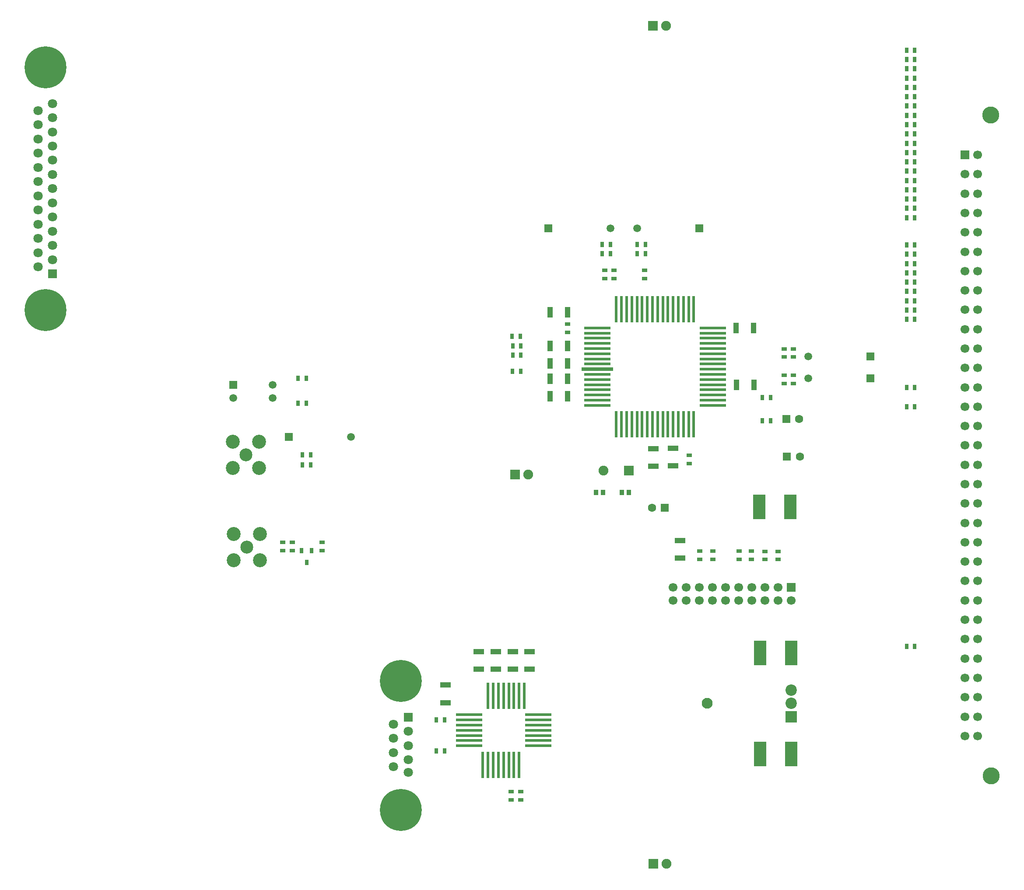
<source format=gts>
G04*
G04 #@! TF.GenerationSoftware,Altium Limited,Altium Designer,21.9.2 (33)*
G04*
G04 Layer_Color=8388736*
%FSLAX44Y44*%
%MOMM*%
G71*
G04*
G04 #@! TF.SameCoordinates,B747FECD-FE5A-43CE-90B0-0D92A10A89A2*
G04*
G04*
G04 #@! TF.FilePolarity,Negative*
G04*
G01*
G75*
%ADD18R,0.7500X1.0000*%
%ADD19R,2.3500X4.7000*%
%ADD20R,0.7000X1.1000*%
%ADD21R,1.1000X0.7000*%
%ADD22R,0.9000X1.1000*%
%ADD23R,1.1000X2.1500*%
%ADD24R,2.1500X1.1000*%
%ADD25R,0.6000X5.1000*%
%ADD26R,5.1000X0.6000*%
%ADD27R,6.1000X0.8000*%
%ADD28R,0.5500X5.1000*%
%ADD29R,5.1000X0.5500*%
%ADD30C,1.8000*%
%ADD31R,1.8000X1.8000*%
%ADD32C,8.1000*%
%ADD33C,1.7000*%
%ADD34R,1.7000X1.7000*%
%ADD35C,3.3000*%
%ADD36R,1.7000X1.7000*%
%ADD37C,2.1000*%
%ADD38C,2.2000*%
%ADD39R,2.2000X2.2000*%
%ADD40C,1.5000*%
%ADD41R,1.5000X1.5000*%
%ADD42C,2.7000*%
%ADD43C,2.5000*%
%ADD44R,1.5000X1.5000*%
%ADD45C,1.6000*%
%ADD46R,1.6000X1.6000*%
%ADD47R,1.9000X1.9000*%
%ADD48C,1.9000*%
D18*
X627250Y644500D02*
D03*
X607250D02*
D03*
X617250Y621500D02*
D03*
D19*
X1494750Y251000D02*
D03*
X1555250D02*
D03*
X1494750Y446000D02*
D03*
X1555250D02*
D03*
X1492750Y729000D02*
D03*
X1553250D02*
D03*
D20*
X1794000Y960000D02*
D03*
X1778000D02*
D03*
X625250Y810000D02*
D03*
X609250D02*
D03*
X609250Y830000D02*
D03*
X625250D02*
D03*
X1794000Y1092000D02*
D03*
X1778000D02*
D03*
X1794000Y459000D02*
D03*
X1778000D02*
D03*
X1794000Y923000D02*
D03*
X1778000D02*
D03*
X1794000Y1128000D02*
D03*
X1778000D02*
D03*
X1189000Y1237000D02*
D03*
X1205000D02*
D03*
X1273000D02*
D03*
X1257000D02*
D03*
X1794000Y1146000D02*
D03*
X1778000D02*
D03*
X1794000Y1110000D02*
D03*
X1778000D02*
D03*
X1794000Y1164000D02*
D03*
X1778000D02*
D03*
X1205000Y1219000D02*
D03*
X1189000D02*
D03*
X1257000D02*
D03*
X1273000D02*
D03*
X1794000Y1182000D02*
D03*
X1778000D02*
D03*
X1794000Y1200000D02*
D03*
X1778000D02*
D03*
X1794000Y1218000D02*
D03*
X1778000D02*
D03*
X1794000Y1236000D02*
D03*
X1778000D02*
D03*
X1499000Y895500D02*
D03*
X1515000D02*
D03*
X1499000Y941000D02*
D03*
X1515000D02*
D03*
X1015000Y1059000D02*
D03*
X1031000D02*
D03*
X1016000Y1023000D02*
D03*
X1032000D02*
D03*
X1015750Y991500D02*
D03*
X1031750D02*
D03*
X1032000Y1041000D02*
D03*
X1016000D02*
D03*
X601000Y978000D02*
D03*
X617000D02*
D03*
X601000Y930000D02*
D03*
X617000D02*
D03*
X884250Y316750D02*
D03*
X868250D02*
D03*
X884000Y256750D02*
D03*
X868000D02*
D03*
X1778000Y1289000D02*
D03*
X1794000D02*
D03*
X1778000Y1325000D02*
D03*
X1794000D02*
D03*
X1778000Y1361000D02*
D03*
X1794000D02*
D03*
X1778000Y1397000D02*
D03*
X1794000D02*
D03*
X1778000Y1433000D02*
D03*
X1794000D02*
D03*
X1778000Y1469000D02*
D03*
X1794000D02*
D03*
X1778000Y1505000D02*
D03*
X1794000D02*
D03*
X1778000Y1541000D02*
D03*
X1794000D02*
D03*
X1778000Y1577000D02*
D03*
X1794000D02*
D03*
X1778000Y1613000D02*
D03*
X1794000D02*
D03*
X1778000Y1307000D02*
D03*
X1794000D02*
D03*
X1778000Y1343000D02*
D03*
X1794000D02*
D03*
X1778000Y1379000D02*
D03*
X1794000D02*
D03*
X1778000Y1415000D02*
D03*
X1794000D02*
D03*
X1778000Y1451000D02*
D03*
X1794000D02*
D03*
X1778000Y1487000D02*
D03*
X1794000D02*
D03*
X1778000Y1523000D02*
D03*
X1794000D02*
D03*
X1778000Y1559000D02*
D03*
X1794000D02*
D03*
X1778000Y1595000D02*
D03*
X1794000D02*
D03*
D21*
X571000Y660250D02*
D03*
Y644250D02*
D03*
X590000Y660250D02*
D03*
Y644250D02*
D03*
X647250Y660250D02*
D03*
Y644250D02*
D03*
X1194000Y1187000D02*
D03*
Y1171000D02*
D03*
X1212000Y1187000D02*
D03*
Y1171000D02*
D03*
X1271250Y1187000D02*
D03*
Y1171000D02*
D03*
X1559000Y1035000D02*
D03*
Y1019000D02*
D03*
Y968000D02*
D03*
Y984000D02*
D03*
X1541000Y1019000D02*
D03*
Y1035000D02*
D03*
Y984000D02*
D03*
Y968000D02*
D03*
X1358000Y829000D02*
D03*
Y813000D02*
D03*
X1377750Y627250D02*
D03*
Y643250D02*
D03*
X1478250Y627250D02*
D03*
Y643250D02*
D03*
X1453750Y627250D02*
D03*
Y643250D02*
D03*
X1529250Y627000D02*
D03*
Y643000D02*
D03*
X1504500Y627000D02*
D03*
Y643000D02*
D03*
X1403000Y627250D02*
D03*
Y643250D02*
D03*
X1012750Y162000D02*
D03*
Y178000D02*
D03*
X1122000Y1067000D02*
D03*
Y1083000D02*
D03*
X1032000Y162000D02*
D03*
Y178000D02*
D03*
D22*
X1177193Y757026D02*
D03*
X1191193D02*
D03*
X1227000Y757000D02*
D03*
X1241000D02*
D03*
D23*
X1122000Y943000D02*
D03*
X1088000D02*
D03*
X1448250Y1075250D02*
D03*
X1482250D02*
D03*
X1088000Y1040750D02*
D03*
X1122000D02*
D03*
X1088000Y1007000D02*
D03*
X1122000D02*
D03*
X1122000Y977000D02*
D03*
X1088000D02*
D03*
X1449000Y965250D02*
D03*
X1483000D02*
D03*
X1122000Y1106000D02*
D03*
X1088000D02*
D03*
D24*
X1326000Y842500D02*
D03*
Y808500D02*
D03*
X1288000Y842000D02*
D03*
Y808000D02*
D03*
X983000Y415000D02*
D03*
Y449000D02*
D03*
X886000Y384000D02*
D03*
Y350000D02*
D03*
X950000Y449000D02*
D03*
Y415000D02*
D03*
X1049000Y449000D02*
D03*
Y415000D02*
D03*
X1016000Y449000D02*
D03*
Y415000D02*
D03*
X1340250Y664000D02*
D03*
Y630000D02*
D03*
D25*
X1216500Y889000D02*
D03*
X1226500D02*
D03*
X1236500D02*
D03*
X1246500D02*
D03*
X1256500D02*
D03*
X1266500Y889000D02*
D03*
X1326500D02*
D03*
X1316500Y889000D02*
D03*
X1306500D02*
D03*
X1296500D02*
D03*
X1286500D02*
D03*
X1276500D02*
D03*
X1336500D02*
D03*
X1346500D02*
D03*
X1356500D02*
D03*
X1366500Y889000D02*
D03*
Y1112000D02*
D03*
X1356500D02*
D03*
X1346500D02*
D03*
X1336500D02*
D03*
X1276500D02*
D03*
X1286500D02*
D03*
X1296500D02*
D03*
X1306500D02*
D03*
X1316500D02*
D03*
X1326500D02*
D03*
X1266500D02*
D03*
X1256500D02*
D03*
X1246500D02*
D03*
X1236500D02*
D03*
X1226500D02*
D03*
X1216500D02*
D03*
D26*
X1180000Y1075500D02*
D03*
Y1065500D02*
D03*
Y1055500D02*
D03*
Y1045500D02*
D03*
Y985500D02*
D03*
Y1005500D02*
D03*
Y1015500D02*
D03*
Y1025500D02*
D03*
Y1035500D02*
D03*
Y975500D02*
D03*
Y965500D02*
D03*
Y955500D02*
D03*
Y945500D02*
D03*
Y935500D02*
D03*
Y925500D02*
D03*
X1403000D02*
D03*
Y935500D02*
D03*
Y945500D02*
D03*
Y955500D02*
D03*
Y965500D02*
D03*
Y975500D02*
D03*
Y1035500D02*
D03*
Y1025500D02*
D03*
Y1015500D02*
D03*
Y1005500D02*
D03*
Y995500D02*
D03*
Y985500D02*
D03*
Y1045500D02*
D03*
Y1055500D02*
D03*
Y1065500D02*
D03*
Y1075500D02*
D03*
D27*
X1180000Y995500D02*
D03*
D28*
X968400Y363500D02*
D03*
X1028400D02*
D03*
X1018400D02*
D03*
X978400D02*
D03*
X988400D02*
D03*
X998400D02*
D03*
X1008400D02*
D03*
X988400Y229700D02*
D03*
X998400D02*
D03*
X1008400D02*
D03*
X978400D02*
D03*
X1018400D02*
D03*
X1028400D02*
D03*
X968400D02*
D03*
X958400D02*
D03*
X1038400Y363500D02*
D03*
D29*
X931500Y326600D02*
D03*
Y316600D02*
D03*
Y306600D02*
D03*
Y266600D02*
D03*
Y276600D02*
D03*
Y286600D02*
D03*
X1065300Y326600D02*
D03*
Y316600D02*
D03*
Y306600D02*
D03*
Y266600D02*
D03*
Y276600D02*
D03*
Y286600D02*
D03*
Y296600D02*
D03*
X931500D02*
D03*
D30*
X126000Y1400000D02*
D03*
Y1510000D02*
D03*
Y1427500D02*
D03*
Y1455000D02*
D03*
Y1482500D02*
D03*
X97600Y1413750D02*
D03*
Y1441250D02*
D03*
Y1468750D02*
D03*
Y1496250D02*
D03*
X126000Y1372500D02*
D03*
Y1345000D02*
D03*
Y1317500D02*
D03*
Y1290000D02*
D03*
Y1207500D02*
D03*
Y1235000D02*
D03*
Y1262500D02*
D03*
X97600Y1386250D02*
D03*
Y1358750D02*
D03*
Y1331250D02*
D03*
Y1303750D02*
D03*
Y1276250D02*
D03*
Y1248750D02*
D03*
Y1221250D02*
D03*
Y1193750D02*
D03*
X785600Y308250D02*
D03*
Y280750D02*
D03*
Y253250D02*
D03*
Y225750D02*
D03*
X814000Y294500D02*
D03*
Y267000D02*
D03*
Y239500D02*
D03*
Y215000D02*
D03*
D31*
X126000Y1180000D02*
D03*
X814000Y322000D02*
D03*
D32*
X111800Y1580000D02*
D03*
Y1110000D02*
D03*
X799800Y392000D02*
D03*
Y142000D02*
D03*
D33*
X1529600Y547600D02*
D03*
X1555000D02*
D03*
X1529600Y573000D02*
D03*
X1504200D02*
D03*
Y547600D02*
D03*
X1478800Y573000D02*
D03*
Y547600D02*
D03*
X1453400Y573000D02*
D03*
Y547600D02*
D03*
X1428000Y573000D02*
D03*
Y547600D02*
D03*
X1402600Y573000D02*
D03*
Y547600D02*
D03*
X1377200Y573000D02*
D03*
Y547600D02*
D03*
X1351800Y573000D02*
D03*
Y547600D02*
D03*
X1326400Y573000D02*
D03*
Y547600D02*
D03*
X1916000Y1373000D02*
D03*
X1891000D02*
D03*
X1916000Y1410500D02*
D03*
Y1335500D02*
D03*
X1891000Y1298000D02*
D03*
X1916000D02*
D03*
X1891000Y1335500D02*
D03*
X1916000Y1260500D02*
D03*
X1891000Y1223000D02*
D03*
X1916000D02*
D03*
X1891000Y1260500D02*
D03*
X1916000Y1185500D02*
D03*
X1891000Y1148000D02*
D03*
X1916000D02*
D03*
X1891000Y1185500D02*
D03*
X1916000Y1110500D02*
D03*
X1891000Y1073000D02*
D03*
X1916000D02*
D03*
X1891000Y1110500D02*
D03*
X1916000Y1035500D02*
D03*
X1891000Y998000D02*
D03*
X1916000D02*
D03*
X1891000Y1035500D02*
D03*
X1916000Y960500D02*
D03*
X1891000Y923000D02*
D03*
X1916000D02*
D03*
X1891000Y960500D02*
D03*
X1916000Y885500D02*
D03*
X1891000Y848000D02*
D03*
X1916000D02*
D03*
X1891000Y885500D02*
D03*
X1916000Y810500D02*
D03*
X1891000Y773000D02*
D03*
X1916000D02*
D03*
X1891000Y810500D02*
D03*
X1916000Y735500D02*
D03*
X1891000Y698000D02*
D03*
X1916000D02*
D03*
X1891000Y735500D02*
D03*
X1916000Y660500D02*
D03*
X1891000Y623000D02*
D03*
X1916000D02*
D03*
X1891000Y660500D02*
D03*
X1916000Y585500D02*
D03*
X1891000Y548000D02*
D03*
X1916000D02*
D03*
X1891000Y585500D02*
D03*
X1916000Y510500D02*
D03*
X1891000Y473000D02*
D03*
X1916000D02*
D03*
X1891000Y510500D02*
D03*
X1916000Y435500D02*
D03*
X1891000Y398000D02*
D03*
X1916000D02*
D03*
X1891000Y435500D02*
D03*
Y360500D02*
D03*
X1916000Y323000D02*
D03*
X1891000D02*
D03*
X1916000Y360500D02*
D03*
X1891000Y285500D02*
D03*
X1916000D02*
D03*
D34*
X1555000Y573000D02*
D03*
D35*
X1941000Y1488000D02*
D03*
X1941500Y208000D02*
D03*
D36*
X1891000Y1410500D02*
D03*
D37*
X1392500Y348500D02*
D03*
D38*
X1555000Y374000D02*
D03*
Y348500D02*
D03*
D39*
Y323000D02*
D03*
D40*
X551200Y939600D02*
D03*
Y965000D02*
D03*
X475000Y939600D02*
D03*
X703000Y864250D02*
D03*
X1205000Y1268000D02*
D03*
X1257000D02*
D03*
X1588000Y1020000D02*
D03*
Y978000D02*
D03*
D41*
X475000Y965000D02*
D03*
D42*
X527400Y676400D02*
D03*
X476600D02*
D03*
X527400Y625600D02*
D03*
X476600D02*
D03*
X525400Y855400D02*
D03*
X474600D02*
D03*
X525400Y804600D02*
D03*
X474600D02*
D03*
D43*
X502000Y651000D02*
D03*
X500000Y830000D02*
D03*
D44*
X583000Y864250D02*
D03*
X1085000Y1268000D02*
D03*
X1377000D02*
D03*
X1708000Y1020000D02*
D03*
Y978000D02*
D03*
D45*
X1285500Y727000D02*
D03*
X1570500Y899000D02*
D03*
X1571500Y826000D02*
D03*
D46*
X1310500Y727000D02*
D03*
X1545500Y899000D02*
D03*
X1546500Y826000D02*
D03*
D47*
X1241000Y799000D02*
D03*
X1287500Y1660000D02*
D03*
X1288532Y37860D02*
D03*
X1020754Y791992D02*
D03*
D48*
X1192000Y799000D02*
D03*
X1312900Y1660000D02*
D03*
X1313932Y37860D02*
D03*
X1046154Y791992D02*
D03*
M02*

</source>
